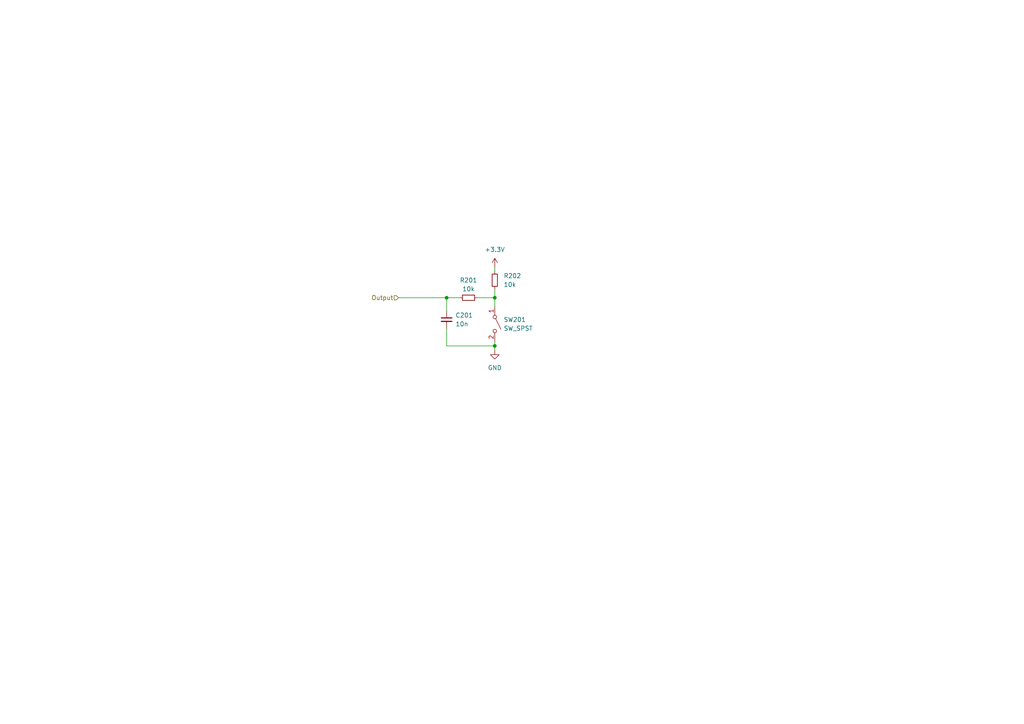
<source format=kicad_sch>
(kicad_sch (version 20231120) (generator "eeschema") (generator_version "8.0")
  (paper "A4")
  (lib_symbols
    (symbol "Device:C_Small" (pin_numbers hide) (pin_names (offset 0.254) hide)
      (property "Reference" "C" (at 0.254 1.778 0))
      (property "Value" "C_Small" (at 0.254 -2.032 0))
      (symbol "C_Small_0_1"
        (polyline (pts (xy -1.524 -0.508) (xy 1.524 -0.508)) (stroke (width 0.3302)))
        (polyline (pts (xy -1.524 0.508) (xy 1.524 0.508)) (stroke (width 0.3048)))
      )
      (symbol "C_Small_1_1"
        (pin passive line (at 0 2.54 270) (length 2.032) (name "~") (number "1"))
        (pin passive line (at 0 -2.54 90) (length 2.032) (name "~") (number "2"))
      )
    )
    (symbol "Device:R_Small" (pin_numbers hide) (pin_names (offset 0.254) hide)
      (property "Reference" "R" (at 0.762 0.508 0))
      (property "Value" "R_Small" (at 0.762 -1.016 0))
      (symbol "R_Small_0_1"
        (rectangle (start -0.762 1.778) (end 0.762 -1.778) (stroke (width 0.2032)))
      )
      (symbol "R_Small_1_1"
        (pin passive line (at 0 2.54 270) (length 0.762) (name "~") (number "1"))
        (pin passive line (at 0 -2.54 90) (length 0.762) (name "~") (number "2"))
      )
    )
    (symbol "Switch:SW_SPST" (pin_names (offset 0) hide)
      (property "Reference" "SW" (at 0 3.175 0))
      (property "Value" "SW_SPST" (at 0 -2.54 0))
      (symbol "SW_SPST_0_0"
        (circle (center -2.032 0) (radius 0.508))
        (polyline (pts (xy -1.524 0.254) (xy 1.524 1.778)))
        (circle (center 2.032 0) (radius 0.508))
      )
      (symbol "SW_SPST_1_1"
        (pin passive line (at -5.08 0 0) (length 2.54) (name "A") (number "1"))
        (pin passive line (at 5.08 0 180) (length 2.54) (name "B") (number "2"))
      )
    )
    (symbol "power:+3.3V" (power) (pin_numbers hide) (pin_names (offset 0) hide)
      (property "Value" "+3.3V" (at 0 3.556 0))
      (symbol "+3.3V_0_1"
        (polyline (pts (xy -0.762 1.27) (xy 0 2.54)))
        (polyline (pts (xy 0 0) (xy 0 2.54)))
        (polyline (pts (xy 0 2.54) (xy 0.762 1.27)))
      )
      (symbol "+3.3V_1_1"
        (pin power_in line (at 0 0 90) (length 0) (name "~") (number "1"))
      )
    )
    (symbol "power:GND" (power) (pin_names (offset 0))
      (property "Value" "GND" (at 0 -3.81 0))
      (symbol "GND_0_1"
        (polyline (pts (xy 0 0) (xy 0 -1.27) (xy 1.27 -1.27) (xy 0 -2.54) (xy -1.27 -1.27) (xy 0 -1.27)))
      )
      (symbol "GND_1_1"
        (pin power_in line (at 0 0 270) (length 0) hide (name "GND") (number "1"))
      )
    )
  )
  (junction (at 129.54 86.36))
  (junction (at 143.51 86.36))
  (junction (at 143.51 100.33))
  (wire (pts (xy 129.54 86.36) (xy 133.35 86.36)))
  (wire (pts (xy 143.51 83.82) (xy 143.51 86.36)))
  (wire (pts (xy 143.51 100.33) (xy 143.51 101.6)))
  (wire (pts (xy 143.51 99.06) (xy 143.51 100.33)))
  (wire (pts (xy 143.51 77.47) (xy 143.51 78.74)))
  (wire (pts (xy 129.54 100.33) (xy 143.51 100.33)))
  (wire (pts (xy 143.51 86.36) (xy 143.51 88.9)))
  (wire (pts (xy 129.54 95.25) (xy 129.54 100.33)))
  (wire (pts (xy 115.57 86.36) (xy 129.54 86.36)))
  (wire (pts (xy 138.43 86.36) (xy 143.51 86.36)))
  (wire (pts (xy 129.54 86.36) (xy 129.54 90.17)))
  (hierarchical_label "Output" (shape input) (at 115.57 86.36 180))
  (symbol (lib_id "power:+3.3V") (at 143.51 77.47 0) (unit 1)
    (property "Reference" "#PWR0301" (effects (hide yes)))
    (property "Value" "+3.3V" (at 143.51 72.39 0))
    (property "Description" "Power symbol creates a global label with name \"+3.3V\"" (effects (hide yes)))
    (instances (project "ProjetCorps" (path "" (reference "#PWR0301") (unit 1)) (path "" (reference "#PWR0401") (unit 1)) (path "" (reference "#PWR0501") (unit 1)) (path "" (reference "#PWR0601") (unit 1)) (path "" (reference "#PWR0701") (unit 1)) (path "" (reference "#PWR0801") (unit 1)) (path "" (reference "#PWR0201") (unit 1))))
  )
  (symbol (lib_id "Device:C_Small") (at 129.54 92.71 0) (unit 1)
    (property "Reference" "C201" (at 132.08 91.4463 0) (effects (justify left)))
    (property "Value" "10n" (at 132.08 93.9863 0) (effects (justify left)))
    (property "Footprint" "Capacitor_SMD:C_0402_1005Metric" (effects (hide yes)))
    (instances (project "ProjetCorps" (path "" (reference "C201") (unit 1)) (path "" (reference "C301") (unit 1)) (path "" (reference "C401") (unit 1)) (path "" (reference "C501") (unit 1)) (path "" (reference "C601") (unit 1)) (path "" (reference "C701") (unit 1)) (path "" (reference "C801") (unit 1))))
  )
  (symbol (lib_id "Device:R_Small") (at 143.51 81.28 0) (unit 1)
    (property "Reference" "R202" (at 146.05 80.0099 0) (effects (justify left)))
    (property "Value" "10k" (at 146.05 82.5499 0) (effects (justify left)))
    (property "Footprint" "Resistor_SMD:R_0402_1005Metric" (effects (hide yes)))
    (instances (project "ProjetCorps" (path "" (reference "R202") (unit 1)) (path "" (reference "R302") (unit 1)) (path "" (reference "R402") (unit 1)) (path "" (reference "R502") (unit 1)) (path "" (reference "R602") (unit 1)) (path "" (reference "R702") (unit 1)) (path "" (reference "R802") (unit 1))))
  )
  (symbol (lib_id "Switch:SW_SPST") (at 143.51 93.98 270) (unit 1)
    (property "Reference" "SW201" (at 146.05 92.7099 90) (effects (justify left)))
    (property "Value" "SW_SPST" (at 146.05 95.2499 90) (effects (justify left)))
    (property "Footprint" "Button_Switch_SMD:SW_Push_1P1T_NO_6x6mm_H9.5mm" (effects (hide yes)))
    (property "Description" "Single Pole Single Throw (SPST) switch" (effects (hide yes)))
    (instances (project "ProjetCorps" (path "" (reference "SW201") (unit 1)) (path "" (reference "SW301") (unit 1)) (path "" (reference "SW401") (unit 1)) (path "" (reference "SW501") (unit 1)) (path "" (reference "SW601") (unit 1)) (path "" (reference "SW701") (unit 1)) (path "" (reference "SW801") (unit 1))))
  )
  (symbol (lib_id "Device:R_Small") (at 135.89 86.36 270) (unit 1)
    (property "Reference" "R201" (at 135.89 81.28 90))
    (property "Value" "10k" (at 135.89 83.82 90))
    (property "Footprint" "Resistor_SMD:R_0402_1005Metric" (effects (hide yes)))
    (instances (project "ProjetCorps" (path "" (reference "R201") (unit 1)) (path "" (reference "R301") (unit 1)) (path "" (reference "R401") (unit 1)) (path "" (reference "R501") (unit 1)) (path "" (reference "R601") (unit 1)) (path "" (reference "R701") (unit 1)) (path "" (reference "R801") (unit 1))))
  )
  (symbol (lib_id "power:GND") (at 143.51 101.6 0) (unit 1)
    (property "Reference" "#PWR0202" (effects (hide yes)))
    (property "Value" "GND" (at 143.51 106.68 0))
    (instances (project "ProjetCorps" (path "" (reference "#PWR0202") (unit 1)) (path "" (reference "#PWR0302") (unit 1)) (path "" (reference "#PWR0402") (unit 1)) (path "" (reference "#PWR0502") (unit 1)) (path "" (reference "#PWR0602") (unit 1)) (path "" (reference "#PWR0702") (unit 1)) (path "" (reference "#PWR0802") (unit 1))))
  )
)
</source>
